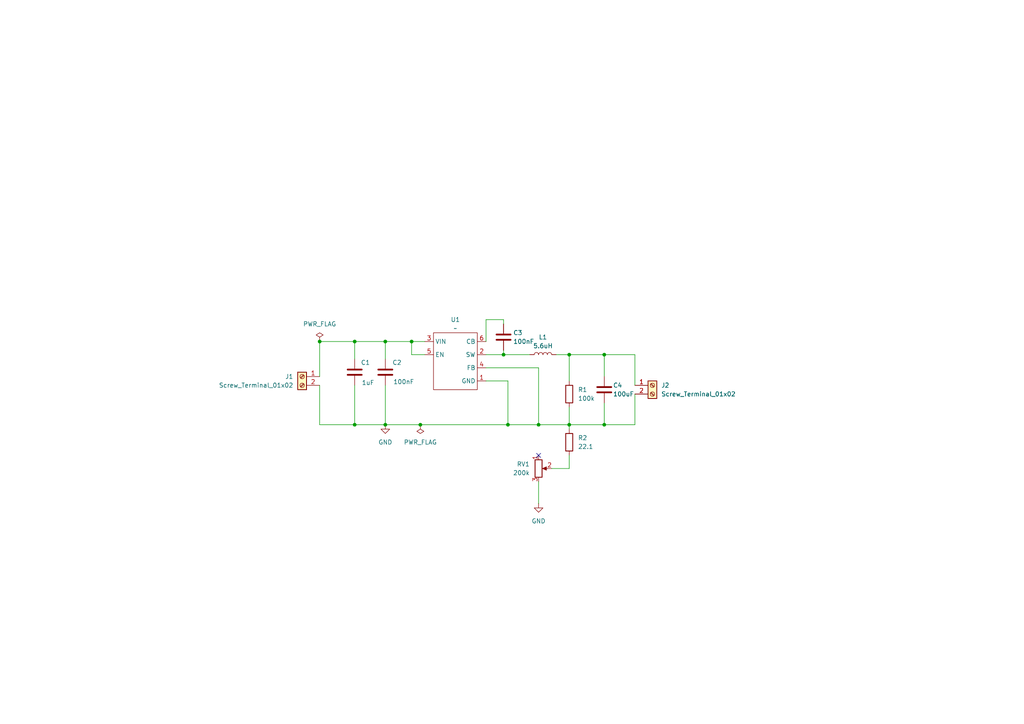
<source format=kicad_sch>
(kicad_sch (version 20250114) (generator "eeschema") (generator_version "9.0")
  (paper "A4")
  (lib_symbols
    (symbol "Connector:Screw_Terminal_01x02" (pin_names (offset 1.016) (hide yes))
      (property "Reference" "J" (at 0 2.54 0))
      (property "Value" "Screw_Terminal_01x02" (at 0 -5.08 0))
      (symbol "Screw_Terminal_01x02_1_1"
        (rectangle (start -1.27 1.27) (end 1.27 -3.81) (stroke (width 0.254)) (fill (type background)))
        (polyline (pts (xy -0.5334 0.3302) (xy 0.3302 -0.508)) (stroke (width 0.1524)))
        (polyline (pts (xy -0.5334 -2.2098) (xy 0.3302 -3.048)) (stroke (width 0.1524)))
        (polyline (pts (xy -0.3556 0.508) (xy 0.508 -0.3302)) (stroke (width 0.1524)))
        (polyline (pts (xy -0.3556 -2.032) (xy 0.508 -2.8702)) (stroke (width 0.1524)))
        (circle (center 0 0) (radius 0.635) (stroke (width 0.1524)))
        (circle (center 0 -2.54) (radius 0.635) (stroke (width 0.1524)))
        (pin passive line (at -5.08 0 0) (length 3.81) (name "Pin_1") (number "1"))
        (pin passive line (at -5.08 -2.54 0) (length 3.81) (name "Pin_2") (number "2"))
      )
    )
    (symbol "Device:C" (pin_numbers (hide yes)) (pin_names (offset 0.254))
      (property "Reference" "C" (at 0.635 2.54 0))
      (property "Value" "C" (at 0.635 -2.54 0))
      (symbol "C_0_1"
        (polyline (pts (xy -2.032 0.762) (xy 2.032 0.762)) (stroke (width 0.508)))
        (polyline (pts (xy -2.032 -0.762) (xy 2.032 -0.762)) (stroke (width 0.508)))
      )
      (symbol "C_1_1"
        (pin passive line (at 0 3.81 270) (length 2.794) (name "~") (number "1"))
        (pin passive line (at 0 -3.81 90) (length 2.794) (name "~") (number "2"))
      )
    )
    (symbol "Device:L" (pin_numbers (hide yes)) (pin_names (offset 1.016) (hide yes))
      (property "Reference" "L" (at -1.27 0 90))
      (property "Value" "L" (at 1.905 0 90))
      (symbol "L_0_1"
        (arc (start 0 2.54) (mid 0.6323 1.905) (end 0 1.27))
        (arc (start 0 1.27) (mid 0.6323 0.635) (end 0 0))
        (arc (start 0 0) (mid 0.6323 -0.635) (end 0 -1.27))
        (arc (start 0 -1.27) (mid 0.6323 -1.905) (end 0 -2.54))
      )
      (symbol "L_1_1"
        (pin passive line (at 0 3.81 270) (length 1.27) (name "1") (number "1"))
        (pin passive line (at 0 -3.81 90) (length 1.27) (name "2") (number "2"))
      )
    )
    (symbol "Device:R" (pin_numbers (hide yes)) (pin_names (offset 0))
      (property "Reference" "R" (at 2.032 0 90))
      (property "Value" "R" (at 0 0 90))
      (symbol "R_0_1"
        (rectangle (start -1.016 -2.54) (end 1.016 2.54) (stroke (width 0.254)))
      )
      (symbol "R_1_1"
        (pin passive line (at 0 3.81 270) (length 1.27) (name "~") (number "1"))
        (pin passive line (at 0 -3.81 90) (length 1.27) (name "~") (number "2"))
      )
    )
    (symbol "Device:R_Potentiometer" (pin_names (offset 1.016) (hide yes))
      (property "Reference" "RV" (at -4.445 0 90))
      (property "Value" "R_Potentiometer" (at -2.54 0 90))
      (symbol "R_Potentiometer_0_1"
        (rectangle (start 1.016 2.54) (end -1.016 -2.54) (stroke (width 0.254)))
        (polyline (pts (xy 1.143 0) (xy 2.286 0.508) (xy 2.286 -0.508) (xy 1.143 0)) (fill (type outline)))
        (polyline (pts (xy 2.54 0) (xy 1.524 0)))
      )
      (symbol "R_Potentiometer_1_1"
        (pin passive line (at 0 3.81 270) (length 1.27) (name "1") (number "1"))
        (pin passive line (at 0 -3.81 90) (length 1.27) (name "3") (number "3"))
        (pin passive line (at 3.81 0 180) (length 1.27) (name "2") (number "2"))
      )
    )
    (symbol "LMR51430:LMR51430"
      (property "Reference" "U" (at -8.128 -4.064 0))
      (symbol "LMR51430_0_1"
        (rectangle (start -6.35 6.35) (end 6.35 -10.16))
      )
      (symbol "LMR51430_1_1"
        (pin power_in line (at -8.89 3.81 0) (length 2.54) (name "VIN") (number "3"))
        (pin input line (at -8.89 0 0) (length 2.54) (name "EN") (number "5"))
        (pin power_out line (at 8.89 3.81 180) (length 2.54) (name "CB") (number "6"))
        (pin power_out line (at 8.89 0 180) (length 2.54) (name "SW") (number "2"))
        (pin input line (at 8.89 -3.81 180) (length 2.54) (name "FB") (number "4"))
        (pin power_in line (at 8.89 -7.62 180) (length 2.54) (name "GND") (number "1"))
      )
    )
    (symbol "power:GND" (power) (pin_numbers (hide yes)) (pin_names (offset 0) (hide yes))
      (property "Value" "GND" (at 0 -3.81 0))
      (symbol "GND_0_1"
        (polyline (pts (xy 0 0) (xy 0 -1.27) (xy 1.27 -1.27) (xy 0 -2.54) (xy -1.27 -1.27) (xy 0 -1.27)))
      )
      (symbol "GND_1_1"
        (pin power_in line (at 0 0 270) (length 0) (name "~") (number "1"))
      )
    )
    (symbol "power:PWR_FLAG" (power) (pin_numbers (hide yes)) (pin_names (offset 0) (hide yes))
      (property "Value" "PWR_FLAG" (at 0 3.81 0))
      (symbol "PWR_FLAG_0_0"
        (pin power_out line (at 0 0 90) (length 0) (name "~") (number "1"))
      )
      (symbol "PWR_FLAG_0_1"
        (polyline (pts (xy 0 0) (xy 0 1.27) (xy -1.016 1.905) (xy 0 2.54) (xy 1.016 1.905) (xy 0 1.27)))
      )
    )
  )
  (junction (at 102.87 123.19))
  (junction (at 165.1 123.19))
  (junction (at 175.26 123.19))
  (junction (at 175.26 102.87))
  (junction (at 92.71 99.06))
  (junction (at 119.38 99.06))
  (junction (at 146.05 102.87))
  (junction (at 111.76 99.06))
  (junction (at 165.1 102.87))
  (junction (at 147.32 123.19))
  (junction (at 102.87 99.06))
  (junction (at 111.76 123.19))
  (junction (at 156.21 123.19))
  (junction (at 121.92 123.19))
  (no_connect (at 156.21 132.08))
  (wire (pts (xy 111.76 99.06) (xy 119.38 99.06)))
  (wire (pts (xy 175.26 123.19) (xy 175.26 116.84)))
  (wire (pts (xy 140.97 106.68) (xy 156.21 106.68)))
  (wire (pts (xy 119.38 102.87) (xy 119.38 99.06)))
  (wire (pts (xy 92.71 109.22) (xy 92.71 99.06)))
  (wire (pts (xy 102.87 123.19) (xy 111.76 123.19)))
  (wire (pts (xy 156.21 139.7) (xy 156.21 146.05)))
  (wire (pts (xy 165.1 123.19) (xy 175.26 123.19)))
  (wire (pts (xy 156.21 123.19) (xy 147.32 123.19)))
  (wire (pts (xy 140.97 92.71) (xy 146.05 92.71)))
  (wire (pts (xy 147.32 110.49) (xy 147.32 123.19)))
  (wire (pts (xy 111.76 104.14) (xy 111.76 99.06)))
  (wire (pts (xy 102.87 104.14) (xy 102.87 99.06)))
  (wire (pts (xy 92.71 123.19) (xy 102.87 123.19)))
  (wire (pts (xy 111.76 123.19) (xy 121.92 123.19)))
  (wire (pts (xy 165.1 135.89) (xy 160.02 135.89)))
  (wire (pts (xy 184.15 114.3) (xy 184.15 123.19)))
  (wire (pts (xy 146.05 102.87) (xy 153.67 102.87)))
  (wire (pts (xy 165.1 123.19) (xy 165.1 124.46)))
  (wire (pts (xy 165.1 102.87) (xy 175.26 102.87)))
  (wire (pts (xy 102.87 99.06) (xy 111.76 99.06)))
  (wire (pts (xy 165.1 102.87) (xy 165.1 110.49)))
  (wire (pts (xy 140.97 110.49) (xy 147.32 110.49)))
  (wire (pts (xy 140.97 102.87) (xy 146.05 102.87)))
  (wire (pts (xy 165.1 132.08) (xy 165.1 135.89)))
  (wire (pts (xy 123.19 102.87) (xy 119.38 102.87)))
  (wire (pts (xy 92.71 111.76) (xy 92.71 123.19)))
  (wire (pts (xy 146.05 101.6) (xy 146.05 102.87)))
  (wire (pts (xy 147.32 123.19) (xy 121.92 123.19)))
  (wire (pts (xy 161.29 102.87) (xy 165.1 102.87)))
  (wire (pts (xy 165.1 118.11) (xy 165.1 123.19)))
  (wire (pts (xy 102.87 111.76) (xy 102.87 123.19)))
  (wire (pts (xy 146.05 92.71) (xy 146.05 93.98)))
  (wire (pts (xy 156.21 123.19) (xy 165.1 123.19)))
  (wire (pts (xy 175.26 102.87) (xy 175.26 109.22)))
  (wire (pts (xy 175.26 102.87) (xy 184.15 102.87)))
  (wire (pts (xy 119.38 99.06) (xy 123.19 99.06)))
  (wire (pts (xy 111.76 111.76) (xy 111.76 123.19)))
  (wire (pts (xy 156.21 106.68) (xy 156.21 123.19)))
  (wire (pts (xy 184.15 123.19) (xy 175.26 123.19)))
  (wire (pts (xy 92.71 99.06) (xy 102.87 99.06)))
  (wire (pts (xy 140.97 99.06) (xy 140.97 92.71)))
  (wire (pts (xy 184.15 102.87) (xy 184.15 111.76)))
  (symbol (lib_id "LMR51430:LMR51430") (at 132.08 102.87 0) (unit 1)
    (property "Reference" "U1" (at 132.08 92.71 0))
    (property "Value" "~" (at 132.08 95.25 0))
    (property "Footprint" "Package_TO_SOT_SMD:SOT-23-6" (effects (hide yes)))
  )
  (symbol (lib_id "power:PWR_FLAG") (at 92.71 99.06 0) (unit 1)
    (property "Reference" "#FLG01" (effects (hide yes)))
    (property "Value" "PWR_FLAG" (at 92.71 93.98 0))
    (property "Description" "Special symbol for telling ERC where power comes from" (effects (hide yes)))
  )
  (symbol (lib_id "power:GND") (at 156.21 146.05 0) (unit 1)
    (property "Reference" "#PWR02" (effects (hide yes)))
    (property "Value" "GND" (at 156.21 151.13 0))
    (property "Description" "Power symbol creates a global label with name \"GND\" , ground" (effects (hide yes)))
  )
  (symbol (lib_id "Device:C") (at 175.26 113.03 0) (unit 1)
    (property "Reference" "C4" (at 177.8 111.76 0) (effects (justify left)))
    (property "Value" "100uF" (at 177.8 114.3 0) (effects (justify left)))
    (property "Footprint" "Capacitor_THT:CP_Radial_D6.3mm_P2.50mm" (effects (hide yes)))
    (property "Description" "Unpolarized capacitor" (effects (hide yes)))
  )
  (symbol (lib_id "Device:C") (at 102.87 107.95 0) (unit 1)
    (property "Reference" "C1" (at 104.648 105.156 0) (effects (justify left)))
    (property "Value" "1uF" (at 104.902 110.998 0) (effects (justify left)))
    (property "Footprint" "Capacitor_SMD:C_0805_2012Metric" (effects (hide yes)))
    (property "Description" "Unpolarized capacitor" (effects (hide yes)))
  )
  (symbol (lib_id "Connector:Screw_Terminal_01x02") (at 87.63 109.22 0) (mirror y) (unit 1)
    (property "Reference" "J1" (at 85.09 109.2199 0) (effects (justify left)))
    (property "Value" "Screw_Terminal_01x02" (at 85.09 111.7599 0) (effects (justify left)))
    (property "Footprint" "TerminalBlock_Phoenix:TerminalBlock_Phoenix_MKDS-1,5-2_1x02_P5.00mm_Horizontal" (effects (hide yes)))
    (property "Description" "Generic screw terminal, single row, 01x02, script generated (kicad-library-utils/schlib/autogen/connector/)" (effects (hide yes)))
  )
  (symbol (lib_id "power:PWR_FLAG") (at 121.92 123.19 180) (unit 1)
    (property "Reference" "#FLG02" (effects (hide yes)))
    (property "Value" "PWR_FLAG" (at 121.92 128.27 0))
    (property "Description" "Special symbol for telling ERC where power comes from" (effects (hide yes)))
  )
  (symbol (lib_id "Device:L") (at 157.48 102.87 90) (unit 1)
    (property "Reference" "L1" (at 157.48 97.79 90))
    (property "Value" "5.6uH" (at 157.48 100.33 90))
    (property "Footprint" "Inductor_SMD:L_7.3x7.3_H4.5" (effects (hide yes)))
    (property "Description" "Inductor" (effects (hide yes)))
  )
  (symbol (lib_id "Connector:Screw_Terminal_01x02") (at 189.23 111.76 0) (unit 1)
    (property "Reference" "J2" (at 191.77 111.7599 0) (effects (justify left)))
    (property "Value" "Screw_Terminal_01x02" (at 191.77 114.2999 0) (effects (justify left)))
    (property "Footprint" "TerminalBlock_Phoenix:TerminalBlock_Phoenix_MKDS-1,5-2_1x02_P5.00mm_Horizontal" (effects (hide yes)))
    (property "Description" "Generic screw terminal, single row, 01x02, script generated (kicad-library-utils/schlib/autogen/connector/)" (effects (hide yes)))
  )
  (symbol (lib_id "Device:C") (at 146.05 97.79 0) (unit 1)
    (property "Reference" "C3" (at 148.844 96.52 0) (effects (justify left)))
    (property "Value" "100nF" (at 148.844 99.06 0) (effects (justify left)))
    (property "Footprint" "Capacitor_SMD:C_0603_1608Metric" (effects (hide yes)))
    (property "Description" "Unpolarized capacitor" (effects (hide yes)))
  )
  (symbol (lib_id "Device:R") (at 165.1 114.3 0) (unit 1)
    (property "Reference" "R1" (at 167.64 113.0299 0) (effects (justify left)))
    (property "Value" "100k" (at 167.64 115.5699 0) (effects (justify left)))
    (property "Footprint" "Resistor_THT:R_Axial_DIN0204_L3.6mm_D1.6mm_P5.08mm_Horizontal" (effects (hide yes)))
    (property "Description" "Resistor" (effects (hide yes)))
  )
  (symbol (lib_id "power:GND") (at 111.76 123.19 0) (unit 1)
    (property "Reference" "#PWR01" (effects (hide yes)))
    (property "Value" "GND" (at 111.76 128.27 0))
    (property "Description" "Power symbol creates a global label with name \"GND\" , ground" (effects (hide yes)))
  )
  (symbol (lib_id "Device:R_Potentiometer") (at 156.21 135.89 0) (unit 1)
    (property "Reference" "RV1" (at 153.67 134.6199 0) (effects (justify right)))
    (property "Value" "200k" (at 153.67 137.1599 0) (effects (justify right)))
    (property "Footprint" "Potentiometer_THT:Potentiometer_Bourns_3266Y_Vertical" (effects (hide yes)))
    (property "Description" "Potentiometer" (effects (hide yes)))
  )
  (symbol (lib_id "Device:R") (at 165.1 128.27 0) (unit 1)
    (property "Reference" "R2" (at 167.64 126.9999 0) (effects (justify left)))
    (property "Value" "22.1" (at 167.64 129.5399 0) (effects (justify left)))
    (property "Footprint" "Resistor_THT:R_Axial_DIN0204_L3.6mm_D1.6mm_P5.08mm_Horizontal" (effects (hide yes)))
    (property "Description" "Resistor" (effects (hide yes)))
  )
  (symbol (lib_id "Device:C") (at 111.76 107.95 0) (unit 1)
    (property "Reference" "C2" (at 113.792 105.156 0) (effects (justify left)))
    (property "Value" "100nF" (at 114.046 110.744 0) (effects (justify left)))
    (property "Footprint" "Capacitor_SMD:C_0805_2012Metric" (effects (hide yes)))
    (property "Description" "Unpolarized capacitor" (effects (hide yes)))
  )
)
</source>
